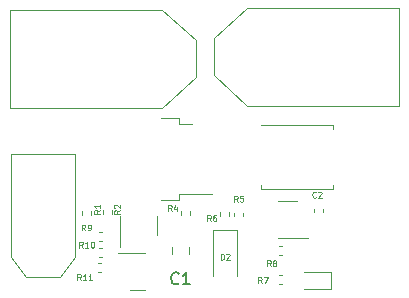
<source format=gbr>
%TF.GenerationSoftware,KiCad,Pcbnew,(6.0.6)*%
%TF.CreationDate,2022-10-10T16:19:53+08:00*%
%TF.ProjectId,NMOS_SWITCH,4e4d4f53-5f53-4574-9954-43482e6b6963,rev?*%
%TF.SameCoordinates,Original*%
%TF.FileFunction,Legend,Top*%
%TF.FilePolarity,Positive*%
%FSLAX46Y46*%
G04 Gerber Fmt 4.6, Leading zero omitted, Abs format (unit mm)*
G04 Created by KiCad (PCBNEW (6.0.6)) date 2022-10-10 16:19:53*
%MOMM*%
%LPD*%
G01*
G04 APERTURE LIST*
%ADD10C,0.125000*%
%ADD11C,0.150000*%
%ADD12C,0.100000*%
%ADD13C,0.120000*%
G04 APERTURE END LIST*
D10*
%TO.C,R10*%
X145703571Y-103551190D02*
X145536904Y-103313095D01*
X145417857Y-103551190D02*
X145417857Y-103051190D01*
X145608333Y-103051190D01*
X145655952Y-103075000D01*
X145679761Y-103098809D01*
X145703571Y-103146428D01*
X145703571Y-103217857D01*
X145679761Y-103265476D01*
X145655952Y-103289285D01*
X145608333Y-103313095D01*
X145417857Y-103313095D01*
X146179761Y-103551190D02*
X145894047Y-103551190D01*
X146036904Y-103551190D02*
X146036904Y-103051190D01*
X145989285Y-103122619D01*
X145941666Y-103170238D01*
X145894047Y-103194047D01*
X146489285Y-103051190D02*
X146536904Y-103051190D01*
X146584523Y-103075000D01*
X146608333Y-103098809D01*
X146632142Y-103146428D01*
X146655952Y-103241666D01*
X146655952Y-103360714D01*
X146632142Y-103455952D01*
X146608333Y-103503571D01*
X146584523Y-103527380D01*
X146536904Y-103551190D01*
X146489285Y-103551190D01*
X146441666Y-103527380D01*
X146417857Y-103503571D01*
X146394047Y-103455952D01*
X146370238Y-103360714D01*
X146370238Y-103241666D01*
X146394047Y-103146428D01*
X146417857Y-103098809D01*
X146441666Y-103075000D01*
X146489285Y-103051190D01*
%TO.C,R11*%
X145528571Y-106301190D02*
X145361904Y-106063095D01*
X145242857Y-106301190D02*
X145242857Y-105801190D01*
X145433333Y-105801190D01*
X145480952Y-105825000D01*
X145504761Y-105848809D01*
X145528571Y-105896428D01*
X145528571Y-105967857D01*
X145504761Y-106015476D01*
X145480952Y-106039285D01*
X145433333Y-106063095D01*
X145242857Y-106063095D01*
X146004761Y-106301190D02*
X145719047Y-106301190D01*
X145861904Y-106301190D02*
X145861904Y-105801190D01*
X145814285Y-105872619D01*
X145766666Y-105920238D01*
X145719047Y-105944047D01*
X146480952Y-106301190D02*
X146195238Y-106301190D01*
X146338095Y-106301190D02*
X146338095Y-105801190D01*
X146290476Y-105872619D01*
X146242857Y-105920238D01*
X146195238Y-105944047D01*
%TO.C,R8*%
X161616666Y-105126190D02*
X161450000Y-104888095D01*
X161330952Y-105126190D02*
X161330952Y-104626190D01*
X161521428Y-104626190D01*
X161569047Y-104650000D01*
X161592857Y-104673809D01*
X161616666Y-104721428D01*
X161616666Y-104792857D01*
X161592857Y-104840476D01*
X161569047Y-104864285D01*
X161521428Y-104888095D01*
X161330952Y-104888095D01*
X161902380Y-104840476D02*
X161854761Y-104816666D01*
X161830952Y-104792857D01*
X161807142Y-104745238D01*
X161807142Y-104721428D01*
X161830952Y-104673809D01*
X161854761Y-104650000D01*
X161902380Y-104626190D01*
X161997619Y-104626190D01*
X162045238Y-104650000D01*
X162069047Y-104673809D01*
X162092857Y-104721428D01*
X162092857Y-104745238D01*
X162069047Y-104792857D01*
X162045238Y-104816666D01*
X161997619Y-104840476D01*
X161902380Y-104840476D01*
X161854761Y-104864285D01*
X161830952Y-104888095D01*
X161807142Y-104935714D01*
X161807142Y-105030952D01*
X161830952Y-105078571D01*
X161854761Y-105102380D01*
X161902380Y-105126190D01*
X161997619Y-105126190D01*
X162045238Y-105102380D01*
X162069047Y-105078571D01*
X162092857Y-105030952D01*
X162092857Y-104935714D01*
X162069047Y-104888095D01*
X162045238Y-104864285D01*
X161997619Y-104840476D01*
D11*
%TO.C,C1*%
X153808333Y-106557142D02*
X153760714Y-106604761D01*
X153617857Y-106652380D01*
X153522619Y-106652380D01*
X153379761Y-106604761D01*
X153284523Y-106509523D01*
X153236904Y-106414285D01*
X153189285Y-106223809D01*
X153189285Y-106080952D01*
X153236904Y-105890476D01*
X153284523Y-105795238D01*
X153379761Y-105700000D01*
X153522619Y-105652380D01*
X153617857Y-105652380D01*
X153760714Y-105700000D01*
X153808333Y-105747619D01*
X154760714Y-106652380D02*
X154189285Y-106652380D01*
X154475000Y-106652380D02*
X154475000Y-105652380D01*
X154379761Y-105795238D01*
X154284523Y-105890476D01*
X154189285Y-105938095D01*
D10*
%TO.C,R1*%
X147151190Y-100383333D02*
X146913095Y-100550000D01*
X147151190Y-100669047D02*
X146651190Y-100669047D01*
X146651190Y-100478571D01*
X146675000Y-100430952D01*
X146698809Y-100407142D01*
X146746428Y-100383333D01*
X146817857Y-100383333D01*
X146865476Y-100407142D01*
X146889285Y-100430952D01*
X146913095Y-100478571D01*
X146913095Y-100669047D01*
X147151190Y-99907142D02*
X147151190Y-100192857D01*
X147151190Y-100050000D02*
X146651190Y-100050000D01*
X146722619Y-100097619D01*
X146770238Y-100145238D01*
X146794047Y-100192857D01*
%TO.C,R2*%
X148851190Y-100408333D02*
X148613095Y-100575000D01*
X148851190Y-100694047D02*
X148351190Y-100694047D01*
X148351190Y-100503571D01*
X148375000Y-100455952D01*
X148398809Y-100432142D01*
X148446428Y-100408333D01*
X148517857Y-100408333D01*
X148565476Y-100432142D01*
X148589285Y-100455952D01*
X148613095Y-100503571D01*
X148613095Y-100694047D01*
X148398809Y-100217857D02*
X148375000Y-100194047D01*
X148351190Y-100146428D01*
X148351190Y-100027380D01*
X148375000Y-99979761D01*
X148398809Y-99955952D01*
X148446428Y-99932142D01*
X148494047Y-99932142D01*
X148565476Y-99955952D01*
X148851190Y-100241666D01*
X148851190Y-99932142D01*
%TO.C,R4*%
X153216666Y-100451190D02*
X153050000Y-100213095D01*
X152930952Y-100451190D02*
X152930952Y-99951190D01*
X153121428Y-99951190D01*
X153169047Y-99975000D01*
X153192857Y-99998809D01*
X153216666Y-100046428D01*
X153216666Y-100117857D01*
X153192857Y-100165476D01*
X153169047Y-100189285D01*
X153121428Y-100213095D01*
X152930952Y-100213095D01*
X153645238Y-100117857D02*
X153645238Y-100451190D01*
X153526190Y-99927380D02*
X153407142Y-100284523D01*
X153716666Y-100284523D01*
D12*
%TO.C,D2*%
X157380952Y-104576190D02*
X157380952Y-104076190D01*
X157500000Y-104076190D01*
X157571428Y-104100000D01*
X157619047Y-104147619D01*
X157642857Y-104195238D01*
X157666666Y-104290476D01*
X157666666Y-104361904D01*
X157642857Y-104457142D01*
X157619047Y-104504761D01*
X157571428Y-104552380D01*
X157500000Y-104576190D01*
X157380952Y-104576190D01*
X157857142Y-104123809D02*
X157880952Y-104100000D01*
X157928571Y-104076190D01*
X158047619Y-104076190D01*
X158095238Y-104100000D01*
X158119047Y-104123809D01*
X158142857Y-104171428D01*
X158142857Y-104219047D01*
X158119047Y-104290476D01*
X157833333Y-104576190D01*
X158142857Y-104576190D01*
%TO.C,R6*%
X156541666Y-101301190D02*
X156375000Y-101063095D01*
X156255952Y-101301190D02*
X156255952Y-100801190D01*
X156446428Y-100801190D01*
X156494047Y-100825000D01*
X156517857Y-100848809D01*
X156541666Y-100896428D01*
X156541666Y-100967857D01*
X156517857Y-101015476D01*
X156494047Y-101039285D01*
X156446428Y-101063095D01*
X156255952Y-101063095D01*
X156970238Y-100801190D02*
X156875000Y-100801190D01*
X156827380Y-100825000D01*
X156803571Y-100848809D01*
X156755952Y-100920238D01*
X156732142Y-101015476D01*
X156732142Y-101205952D01*
X156755952Y-101253571D01*
X156779761Y-101277380D01*
X156827380Y-101301190D01*
X156922619Y-101301190D01*
X156970238Y-101277380D01*
X156994047Y-101253571D01*
X157017857Y-101205952D01*
X157017857Y-101086904D01*
X156994047Y-101039285D01*
X156970238Y-101015476D01*
X156922619Y-100991666D01*
X156827380Y-100991666D01*
X156779761Y-101015476D01*
X156755952Y-101039285D01*
X156732142Y-101086904D01*
%TO.C,R5*%
X158816666Y-99651190D02*
X158650000Y-99413095D01*
X158530952Y-99651190D02*
X158530952Y-99151190D01*
X158721428Y-99151190D01*
X158769047Y-99175000D01*
X158792857Y-99198809D01*
X158816666Y-99246428D01*
X158816666Y-99317857D01*
X158792857Y-99365476D01*
X158769047Y-99389285D01*
X158721428Y-99413095D01*
X158530952Y-99413095D01*
X159269047Y-99151190D02*
X159030952Y-99151190D01*
X159007142Y-99389285D01*
X159030952Y-99365476D01*
X159078571Y-99341666D01*
X159197619Y-99341666D01*
X159245238Y-99365476D01*
X159269047Y-99389285D01*
X159292857Y-99436904D01*
X159292857Y-99555952D01*
X159269047Y-99603571D01*
X159245238Y-99627380D01*
X159197619Y-99651190D01*
X159078571Y-99651190D01*
X159030952Y-99627380D01*
X159007142Y-99603571D01*
%TO.C,R7*%
X160841666Y-106576190D02*
X160675000Y-106338095D01*
X160555952Y-106576190D02*
X160555952Y-106076190D01*
X160746428Y-106076190D01*
X160794047Y-106100000D01*
X160817857Y-106123809D01*
X160841666Y-106171428D01*
X160841666Y-106242857D01*
X160817857Y-106290476D01*
X160794047Y-106314285D01*
X160746428Y-106338095D01*
X160555952Y-106338095D01*
X161008333Y-106076190D02*
X161341666Y-106076190D01*
X161127380Y-106576190D01*
%TO.C,C2*%
X165441666Y-99278571D02*
X165417857Y-99302380D01*
X165346428Y-99326190D01*
X165298809Y-99326190D01*
X165227380Y-99302380D01*
X165179761Y-99254761D01*
X165155952Y-99207142D01*
X165132142Y-99111904D01*
X165132142Y-99040476D01*
X165155952Y-98945238D01*
X165179761Y-98897619D01*
X165227380Y-98850000D01*
X165298809Y-98826190D01*
X165346428Y-98826190D01*
X165417857Y-98850000D01*
X165441666Y-98873809D01*
X165632142Y-98873809D02*
X165655952Y-98850000D01*
X165703571Y-98826190D01*
X165822619Y-98826190D01*
X165870238Y-98850000D01*
X165894047Y-98873809D01*
X165917857Y-98921428D01*
X165917857Y-98969047D01*
X165894047Y-99040476D01*
X165608333Y-99326190D01*
X165917857Y-99326190D01*
D10*
%TO.C,R9*%
X145916666Y-102101190D02*
X145750000Y-101863095D01*
X145630952Y-102101190D02*
X145630952Y-101601190D01*
X145821428Y-101601190D01*
X145869047Y-101625000D01*
X145892857Y-101648809D01*
X145916666Y-101696428D01*
X145916666Y-101767857D01*
X145892857Y-101815476D01*
X145869047Y-101839285D01*
X145821428Y-101863095D01*
X145630952Y-101863095D01*
X146154761Y-102101190D02*
X146250000Y-102101190D01*
X146297619Y-102077380D01*
X146321428Y-102053571D01*
X146369047Y-101982142D01*
X146392857Y-101886904D01*
X146392857Y-101696428D01*
X146369047Y-101648809D01*
X146345238Y-101625000D01*
X146297619Y-101601190D01*
X146202380Y-101601190D01*
X146154761Y-101625000D01*
X146130952Y-101648809D01*
X146107142Y-101696428D01*
X146107142Y-101815476D01*
X146130952Y-101863095D01*
X146154761Y-101886904D01*
X146202380Y-101910714D01*
X146297619Y-101910714D01*
X146345238Y-101886904D01*
X146369047Y-101863095D01*
X146392857Y-101815476D01*
D13*
%TO.C,J1*%
X145035000Y-104310000D02*
X145035000Y-95590000D01*
X143735000Y-106010000D02*
X145035000Y-104310000D01*
X140915000Y-106010000D02*
X139615000Y-104310000D01*
X139615000Y-95590000D02*
X145035000Y-95590000D01*
X140915000Y-106010000D02*
X143735000Y-106010000D01*
X139615000Y-104310000D02*
X139615000Y-95590000D01*
%TO.C,R10*%
X147046359Y-103620000D02*
X147353641Y-103620000D01*
X147046359Y-104380000D02*
X147353641Y-104380000D01*
%TO.C,R11*%
X146946359Y-105655000D02*
X147253641Y-105655000D01*
X146946359Y-104895000D02*
X147253641Y-104895000D01*
%TO.C,R8*%
X162603641Y-103445000D02*
X162296359Y-103445000D01*
X162603641Y-104205000D02*
X162296359Y-104205000D01*
%TO.C,Q2*%
X166910000Y-98285000D02*
X166910000Y-98585000D01*
X166910000Y-93515000D02*
X166910000Y-93215000D01*
X160790000Y-98235000D02*
X160790000Y-98585000D01*
X166910000Y-98585000D02*
X160790000Y-98585000D01*
X166910000Y-93215000D02*
X160790000Y-93215000D01*
%TO.C,U1*%
X153820000Y-92600000D02*
X153820000Y-93070000D01*
X153820000Y-99500000D02*
X153820000Y-99030000D01*
X152320000Y-99500000D02*
X153820000Y-99500000D01*
X153820000Y-93070000D02*
X154920000Y-93070000D01*
X153820000Y-99030000D02*
X156650000Y-99030000D01*
X152320000Y-92600000D02*
X153820000Y-92600000D01*
%TO.C,C1*%
X154710000Y-104061252D02*
X154710000Y-103538748D01*
X153240000Y-104061252D02*
X153240000Y-103538748D01*
%TO.C,R1*%
X145670000Y-100753641D02*
X145670000Y-100446359D01*
X146430000Y-100753641D02*
X146430000Y-100446359D01*
%TO.C,D3*%
X166735000Y-105590000D02*
X164450000Y-105590000D01*
X166735000Y-107060000D02*
X166735000Y-105590000D01*
X164450000Y-107060000D02*
X166735000Y-107060000D01*
%TO.C,R2*%
X147370000Y-100371359D02*
X147370000Y-100678641D01*
X148130000Y-100371359D02*
X148130000Y-100678641D01*
%TO.C,R4*%
X154755000Y-100778641D02*
X154755000Y-100471359D01*
X153995000Y-100778641D02*
X153995000Y-100471359D01*
%TO.C,D2*%
X158725000Y-102100000D02*
X158725000Y-105950000D01*
X158725000Y-102100000D02*
X156725000Y-102100000D01*
X156725000Y-102100000D02*
X156725000Y-105950000D01*
%TO.C,R6*%
X157320000Y-100571359D02*
X157320000Y-100878641D01*
X158080000Y-100571359D02*
X158080000Y-100878641D01*
%TO.C,Q1*%
X150325000Y-107160000D02*
X149675000Y-107160000D01*
X150325000Y-107160000D02*
X150975000Y-107160000D01*
X150325000Y-104040000D02*
X150975000Y-104040000D01*
X150325000Y-104040000D02*
X148650000Y-104040000D01*
%TO.C,U2*%
X163000000Y-102760000D02*
X164800000Y-102760000D01*
X163000000Y-99640000D02*
X163800000Y-99640000D01*
X163000000Y-102760000D02*
X162200000Y-102760000D01*
X163000000Y-99640000D02*
X162200000Y-99640000D01*
%TO.C,U3*%
X151960000Y-101700000D02*
X151960000Y-100900000D01*
X148840000Y-101700000D02*
X148840000Y-100900000D01*
X148840000Y-101700000D02*
X148840000Y-103500000D01*
X151960000Y-101700000D02*
X151960000Y-102500000D01*
%TO.C,R5*%
X158470000Y-100903641D02*
X158470000Y-100596359D01*
X159230000Y-100903641D02*
X159230000Y-100596359D01*
%TO.C,R7*%
X162271359Y-106655000D02*
X162578641Y-106655000D01*
X162271359Y-105895000D02*
X162578641Y-105895000D01*
%TO.C,C2*%
X166035000Y-100532836D02*
X166035000Y-100317164D01*
X165315000Y-100532836D02*
X165315000Y-100317164D01*
%TO.C,J2*%
X139575000Y-91700000D02*
X152425000Y-91700000D01*
X155275000Y-89150000D02*
X155275000Y-86000000D01*
X155275000Y-86000000D02*
X152425000Y-83400000D01*
X152425000Y-91700000D02*
X155275000Y-89150000D01*
X139575000Y-83400000D02*
X139575000Y-91700000D01*
X152425000Y-83400000D02*
X139575000Y-83400000D01*
%TO.C,J3*%
X172475000Y-83250000D02*
X159625000Y-83250000D01*
X156775000Y-88950000D02*
X159625000Y-91550000D01*
X156775000Y-85800000D02*
X156775000Y-88950000D01*
X172475000Y-91550000D02*
X172475000Y-83250000D01*
X159625000Y-83250000D02*
X156775000Y-85800000D01*
X159625000Y-91550000D02*
X172475000Y-91550000D01*
%TO.C,R9*%
X147353641Y-103030000D02*
X147046359Y-103030000D01*
X147353641Y-102270000D02*
X147046359Y-102270000D01*
%TD*%
M02*

</source>
